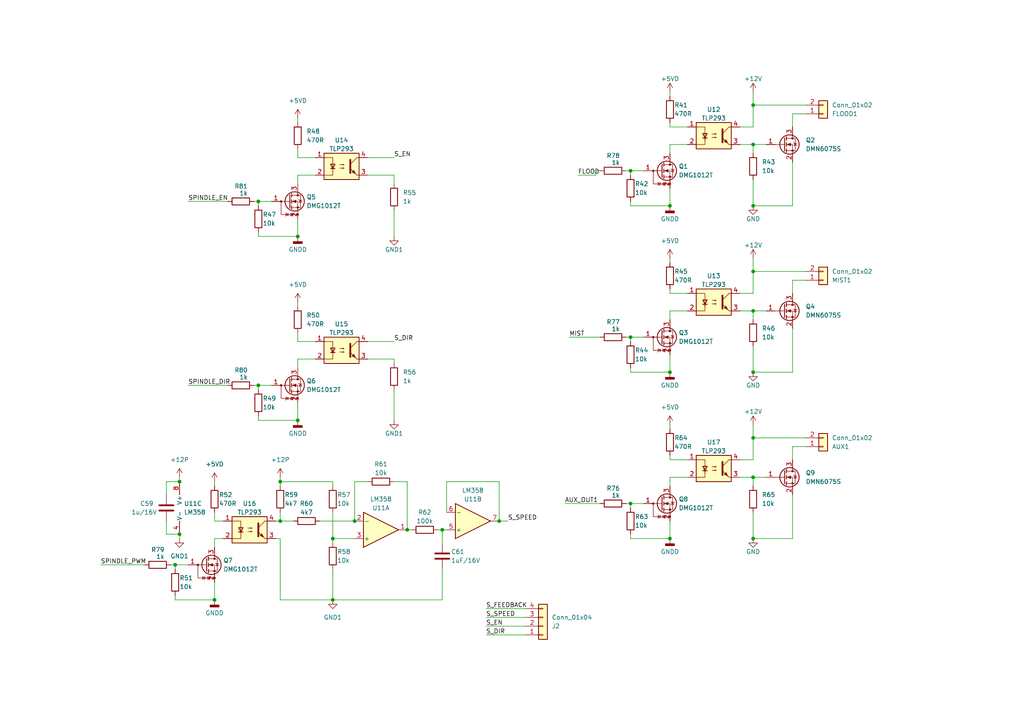
<source format=kicad_sch>
(kicad_sch (version 20230121) (generator eeschema)
  (paper "A4")
  (title_block (title "PCK Controller V1") (company "Josef Pecka"))
  (lib_symbols
    (symbol "Amplifier_Operational:LM358" (pin_names (offset 0.127))
      (property "Reference" "U" (at 0 5.08 0))
      (property "Value" "LM358" (at 0 -5.08 0))
      (symbol "LM358_1_1"
        (polyline (pts (xy -5.08 5.08) (xy 5.08 0) (xy -5.08 -5.08) (xy -5.08 5.08)) (stroke (width 0.254)) (fill (type background)))
        (pin output line (at 7.62 0 180) (length 2.54) (name "~") (number "1"))
        (pin input line (at -7.62 -2.54 0) (length 2.54) (name "-") (number "2"))
        (pin input line (at -7.62 2.54 0) (length 2.54) (name "+") (number "3"))
      )
      (symbol "LM358_2_1"
        (polyline (pts (xy -5.08 5.08) (xy 5.08 0) (xy -5.08 -5.08) (xy -5.08 5.08)) (stroke (width 0.254)) (fill (type background)))
        (pin input line (at -7.62 2.54 0) (length 2.54) (name "+") (number "5"))
        (pin input line (at -7.62 -2.54 0) (length 2.54) (name "-") (number "6"))
        (pin output line (at 7.62 0 180) (length 2.54) (name "~") (number "7"))
      )
      (symbol "LM358_3_1"
        (pin power_in line (at -2.54 -7.62 90) (length 3.81) (name "V-") (number "4"))
        (pin power_in line (at -2.54 7.62 270) (length 3.81) (name "V+") (number "8"))
      )
    )
    (symbol "Connector_Generic:Conn_01x02" (pin_names (offset 1.016) hide)
      (property "Reference" "J" (at 0 2.54 0))
      (property "Value" "Conn_01x02" (at 0 -5.08 0))
      (symbol "Conn_01x02_1_1"
        (rectangle (start -1.27 -2.413) (end 0 -2.667) (stroke (width 0.1524)))
        (rectangle (start -1.27 0.127) (end 0 -0.127) (stroke (width 0.1524)))
        (rectangle (start -1.27 1.27) (end 1.27 -3.81) (stroke (width 0.254)) (fill (type background)))
        (pin passive line (at -5.08 0 0) (length 3.81) (name "Pin_1") (number "1"))
        (pin passive line (at -5.08 -2.54 0) (length 3.81) (name "Pin_2") (number "2"))
      )
    )
    (symbol "Connector_Generic:Conn_01x04" (pin_names (offset 1.016) hide)
      (property "Reference" "J" (at 0 5.08 0))
      (property "Value" "Conn_01x04" (at 0 -7.62 0))
      (symbol "Conn_01x04_1_1"
        (rectangle (start -1.27 -4.953) (end 0 -5.207) (stroke (width 0.1524)))
        (rectangle (start -1.27 -2.413) (end 0 -2.667) (stroke (width 0.1524)))
        (rectangle (start -1.27 0.127) (end 0 -0.127) (stroke (width 0.1524)))
        (rectangle (start -1.27 2.667) (end 0 2.413) (stroke (width 0.1524)))
        (rectangle (start -1.27 3.81) (end 1.27 -6.35) (stroke (width 0.254)) (fill (type background)))
        (pin passive line (at -5.08 2.54 0) (length 3.81) (name "Pin_1") (number "1"))
        (pin passive line (at -5.08 0 0) (length 3.81) (name "Pin_2") (number "2"))
        (pin passive line (at -5.08 -2.54 0) (length 3.81) (name "Pin_3") (number "3"))
        (pin passive line (at -5.08 -5.08 0) (length 3.81) (name "Pin_4") (number "4"))
      )
    )
    (symbol "Device:C" (pin_numbers hide) (pin_names (offset 0.254))
      (property "Reference" "C" (at 0.635 2.54 0))
      (property "Value" "C" (at 0.635 -2.54 0))
      (symbol "C_0_1"
        (polyline (pts (xy -2.032 -0.762) (xy 2.032 -0.762)) (stroke (width 0.508)))
        (polyline (pts (xy -2.032 0.762) (xy 2.032 0.762)) (stroke (width 0.508)))
      )
      (symbol "C_1_1"
        (pin passive line (at 0 3.81 270) (length 2.794) (name "~") (number "1"))
        (pin passive line (at 0 -3.81 90) (length 2.794) (name "~") (number "2"))
      )
    )
    (symbol "Device:R" (pin_numbers hide) (pin_names (offset 0))
      (property "Reference" "R" (at 2.032 0 90))
      (property "Value" "R" (at 0 0 90))
      (symbol "R_0_1"
        (rectangle (start -1.016 -2.54) (end 1.016 2.54) (stroke (width 0.254)))
      )
      (symbol "R_1_1"
        (pin passive line (at 0 3.81 270) (length 1.27) (name "~") (number "1"))
        (pin passive line (at 0 -3.81 90) (length 1.27) (name "~") (number "2"))
      )
    )
    (symbol "Isolator:TLP291"
      (property "Reference" "U" (at -5.08 5.08 0))
      (property "Value" "TLP291" (at 0 5.08 0))
      (symbol "TLP291_0_1"
        (rectangle (start -5.08 3.81) (end 5.08 -3.81) (stroke (width 0.254)) (fill (type background)))
        (polyline (pts (xy -3.175 -0.635) (xy -1.905 -0.635)) (stroke (width 0.254)))
        (polyline (pts (xy 2.54 0.635) (xy 4.445 2.54)))
        (polyline (pts (xy 4.445 -2.54) (xy 2.54 -0.635)) (fill (type outline)))
        (polyline (pts (xy 4.445 -2.54) (xy 5.08 -2.54)))
        (polyline (pts (xy 4.445 2.54) (xy 5.08 2.54)))
        (polyline (pts (xy -2.54 -0.635) (xy -2.54 -2.54) (xy -5.08 -2.54)))
        (polyline (pts (xy 2.54 1.905) (xy 2.54 -1.905) (xy 2.54 -1.905)) (stroke (width 0.508)))
        (polyline (pts (xy -5.08 2.54) (xy -2.54 2.54) (xy -2.54 -1.27) (xy -2.54 0.635)))
        (polyline (pts (xy -2.54 -0.635) (xy -3.175 0.635) (xy -1.905 0.635) (xy -2.54 -0.635)) (stroke (width 0.254)))
        (polyline (pts (xy -0.508 -0.508) (xy 0.762 -0.508) (xy 0.381 -0.635) (xy 0.381 -0.381) (xy 0.762 -0.508)))
        (polyline (pts (xy -0.508 0.508) (xy 0.762 0.508) (xy 0.381 0.381) (xy 0.381 0.635) (xy 0.762 0.508)))
        (polyline (pts (xy 3.048 -1.651) (xy 3.556 -1.143) (xy 4.064 -2.159) (xy 3.048 -1.651) (xy 3.048 -1.651)) (fill (type outline)))
      )
      (symbol "TLP291_1_1"
        (pin passive line (at -7.62 2.54 0) (length 2.54) (name "~") (number "1"))
        (pin passive line (at -7.62 -2.54 0) (length 2.54) (name "~") (number "2"))
        (pin passive line (at 7.62 -2.54 180) (length 2.54) (name "~") (number "3"))
        (pin passive line (at 7.62 2.54 180) (length 2.54) (name "~") (number "4"))
      )
    )
    (symbol "Transistor_FET:DMG1012T" (pin_names (offset 0) hide)
      (property "Reference" "Q" (at 5.08 1.905 0))
      (property "Value" "DMG1012T" (at 5.08 0 0))
      (symbol "DMG1012T_0_1"
        (polyline (pts (xy 2.54 -3.81) (xy -2.286 -3.81) (xy -2.286 0)))
      )
      (symbol "DMG1012T_1_1"
        (circle (center -2.286 0) (radius 0.254) (fill (type outline)))
        (polyline (pts (xy 0.254 0) (xy -2.54 0)))
        (polyline (pts (xy 0.254 1.905) (xy 0.254 -1.905)) (stroke (width 0.254)))
        (polyline (pts (xy 0.762 -1.27) (xy 0.762 -2.286)) (stroke (width 0.254)))
        (polyline (pts (xy 0.762 0.508) (xy 0.762 -0.508)) (stroke (width 0.254)))
        (polyline (pts (xy 0.762 2.286) (xy 0.762 1.27)) (stroke (width 0.254)))
        (polyline (pts (xy 2.54 2.54) (xy 2.54 1.778)))
        (polyline (pts (xy 2.54 -2.54) (xy 2.54 0) (xy 0.762 0)))
        (polyline (pts (xy -1.016 -4.318) (xy -0.889 -4.191) (xy -0.889 -3.429) (xy -0.762 -3.302)))
        (polyline (pts (xy -0.889 -3.81) (xy -0.254 -4.191) (xy -0.254 -3.429) (xy -0.889 -3.81)))
        (polyline (pts (xy 0.762 -1.778) (xy 3.302 -1.778) (xy 3.302 1.778) (xy 0.762 1.778)))
        (polyline (pts (xy 1.016 0) (xy 2.032 0.381) (xy 2.032 -0.381) (xy 1.016 0)) (fill (type outline)))
        (polyline (pts (xy 1.143 -3.81) (xy 0.508 -3.429) (xy 0.508 -4.191) (xy 1.143 -3.81)))
        (polyline (pts (xy 1.27 -3.302) (xy 1.143 -3.429) (xy 1.143 -4.191) (xy 1.016 -4.318)))
        (polyline (pts (xy 2.794 0.508) (xy 2.921 0.381) (xy 3.683 0.381) (xy 3.81 0.254)))
        (polyline (pts (xy 3.302 0.381) (xy 2.921 -0.254) (xy 3.683 -0.254) (xy 3.302 0.381)))
        (circle (center 1.651 0) (radius 2.794) (stroke (width 0.254)))
        (circle (center 2.54 -3.81) (radius 0.254) (fill (type outline)))
        (circle (center 2.54 -1.778) (radius 0.254) (fill (type outline)))
        (circle (center 2.54 1.778) (radius 0.254) (fill (type outline)))
        (pin input line (at -5.08 0 0) (length 2.54) (name "G") (number "1"))
        (pin passive line (at 2.54 -5.08 90) (length 2.54) (name "S") (number "2"))
        (pin passive line (at 2.54 5.08 270) (length 2.54) (name "D") (number "3"))
      )
    )
    (symbol "Transistor_FET:DMN6075S" (pin_names hide)
      (property "Reference" "Q" (at 5.08 1.905 0))
      (property "Value" "DMN6075S" (at 5.08 0 0))
      (symbol "DMN6075S_0_1"
        (polyline (pts (xy 0.254 0) (xy -2.54 0)))
        (polyline (pts (xy 0.254 1.905) (xy 0.254 -1.905)) (stroke (width 0.254)))
        (polyline (pts (xy 0.762 -1.27) (xy 0.762 -2.286)) (stroke (width 0.254)))
        (polyline (pts (xy 0.762 0.508) (xy 0.762 -0.508)) (stroke (width 0.254)))
        (polyline (pts (xy 0.762 2.286) (xy 0.762 1.27)) (stroke (width 0.254)))
        (polyline (pts (xy 2.54 2.54) (xy 2.54 1.778)))
        (polyline (pts (xy 2.54 -2.54) (xy 2.54 0) (xy 0.762 0)))
        (polyline (pts (xy 0.762 -1.778) (xy 3.302 -1.778) (xy 3.302 1.778) (xy 0.762 1.778)))
        (polyline (pts (xy 1.016 0) (xy 2.032 0.381) (xy 2.032 -0.381) (xy 1.016 0)) (fill (type outline)))
        (polyline (pts (xy 2.794 0.508) (xy 2.921 0.381) (xy 3.683 0.381) (xy 3.81 0.254)))
        (polyline (pts (xy 3.302 0.381) (xy 2.921 -0.254) (xy 3.683 -0.254) (xy 3.302 0.381)))
        (circle (center 1.651 0) (radius 2.794) (stroke (width 0.254)))
        (circle (center 2.54 -1.778) (radius 0.254) (fill (type outline)))
        (circle (center 2.54 1.778) (radius 0.254) (fill (type outline)))
      )
      (symbol "DMN6075S_1_1"
        (pin input line (at -5.08 0 0) (length 2.54) (name "G") (number "1"))
        (pin passive line (at 2.54 -5.08 90) (length 2.54) (name "S") (number "2"))
        (pin passive line (at 2.54 5.08 270) (length 2.54) (name "D") (number "3"))
      )
    )
    (symbol "power:+12P" (power) (pin_names (offset 0))
      (property "Value" "+12P" (at 0 3.556 0))
      (symbol "+12P_0_1"
        (polyline (pts (xy -0.762 1.27) (xy 0 2.54)))
        (polyline (pts (xy 0 0) (xy 0 2.54)))
        (polyline (pts (xy 0 2.54) (xy 0.762 1.27)))
      )
      (symbol "+12P_1_1"
        (pin power_in line (at 0 0 90) (length 0) hide (name "+12P") (number "1"))
      )
    )
    (symbol "power:+12V" (power) (pin_names (offset 0))
      (property "Value" "+12V" (at 0 3.556 0))
      (symbol "+12V_0_1"
        (polyline (pts (xy -0.762 1.27) (xy 0 2.54)))
        (polyline (pts (xy 0 0) (xy 0 2.54)))
        (polyline (pts (xy 0 2.54) (xy 0.762 1.27)))
      )
      (symbol "+12V_1_1"
        (pin power_in line (at 0 0 90) (length 0) hide (name "+12V") (number "1"))
      )
    )
    (symbol "power:+5VD" (power) (pin_names (offset 0))
      (property "Value" "+5VD" (at 0 3.556 0))
      (symbol "+5VD_0_1"
        (polyline (pts (xy -0.762 1.27) (xy 0 2.54)))
        (polyline (pts (xy 0 0) (xy 0 2.54)))
        (polyline (pts (xy 0 2.54) (xy 0.762 1.27)))
      )
      (symbol "+5VD_1_1"
        (pin power_in line (at 0 0 90) (length 0) hide (name "+5VD") (number "1"))
      )
    )
    (symbol "power:GND" (power) (pin_names (offset 0))
      (property "Value" "GND" (at 0 -3.81 0))
      (symbol "GND_0_1"
        (polyline (pts (xy 0 0) (xy 0 -1.27) (xy 1.27 -1.27) (xy 0 -2.54) (xy -1.27 -1.27) (xy 0 -1.27)))
      )
      (symbol "GND_1_1"
        (pin power_in line (at 0 0 270) (length 0) hide (name "GND") (number "1"))
      )
    )
    (symbol "power:GND1" (power) (pin_names (offset 0))
      (property "Value" "GND1" (at 0 -3.81 0))
      (symbol "GND1_0_1"
        (polyline (pts (xy 0 0) (xy 0 -1.27) (xy 1.27 -1.27) (xy 0 -2.54) (xy -1.27 -1.27) (xy 0 -1.27)))
      )
      (symbol "GND1_1_1"
        (pin power_in line (at 0 0 270) (length 0) hide (name "GND1") (number "1"))
      )
    )
    (symbol "power:GNDD" (power) (pin_names (offset 0))
      (property "Value" "GNDD" (at 0 -3.175 0))
      (symbol "GNDD_0_1"
        (rectangle (start -1.27 -1.524) (end 1.27 -2.032) (stroke (width 0.254)) (fill (type outline)))
        (polyline (pts (xy 0 0) (xy 0 -1.524)))
      )
      (symbol "GNDD_1_1"
        (pin power_in line (at 0 0 270) (length 0) hide (name "GNDD") (number "1"))
      )
    )
  )
  (junction (at 194.31 156.21))
  (junction (at 86.36 68.58))
  (junction (at 218.44 156.21))
  (junction (at 182.88 146.05))
  (junction (at 194.31 59.69))
  (junction (at 74.93 111.76))
  (junction (at 50.8 163.83))
  (junction (at 118.11 153.67))
  (junction (at 128.27 153.67))
  (junction (at 96.52 173.99))
  (junction (at 74.93 58.42))
  (junction (at 218.44 78.74))
  (junction (at 96.52 156.21))
  (junction (at 52.07 139.7))
  (junction (at 218.44 127))
  (junction (at 81.28 151.13))
  (junction (at 218.44 138.43))
  (junction (at 218.44 90.17))
  (junction (at 182.88 97.79))
  (junction (at 144.78 151.13))
  (junction (at 81.28 139.7))
  (junction (at 86.36 121.92))
  (junction (at 52.07 154.94))
  (junction (at 62.23 173.99))
  (junction (at 218.44 30.48))
  (junction (at 194.31 107.95))
  (junction (at 102.87 151.13))
  (junction (at 218.44 107.95))
  (junction (at 218.44 59.69))
  (junction (at 182.88 49.53))
  (junction (at 218.44 41.91))
  (wire (pts (xy 218.44 138.43) (xy 218.44 140.97)))
  (wire (pts (xy 182.88 59.69) (xy 194.31 59.69)))
  (wire (pts (xy 129.54 139.7) (xy 144.78 139.7)))
  (wire (pts (xy 172.72 49.53) (xy 172.72 50.8)))
  (wire (pts (xy 128.27 173.99) (xy 96.52 173.99)))
  (wire (pts (xy 218.44 30.48) (xy 218.44 36.83)))
  (wire (pts (xy 194.31 123.19) (xy 194.31 124.46)))
  (wire (pts (xy 218.44 148.59) (xy 218.44 156.21)))
  (wire (pts (xy 194.31 92.71) (xy 194.31 90.17)))
  (wire (pts (xy 62.23 158.75) (xy 62.23 156.21)))
  (wire (pts (xy 214.63 36.83) (xy 218.44 36.83)))
  (wire (pts (xy 194.31 90.17) (xy 199.39 90.17)))
  (wire (pts (xy 114.3 60.96) (xy 114.3 68.58)))
  (wire (pts (xy 81.28 151.13) (xy 81.28 148.59)))
  (wire (pts (xy 144.78 139.7) (xy 144.78 151.13)))
  (wire (pts (xy 181.61 49.53) (xy 182.88 49.53)))
  (wire (pts (xy 182.88 107.95) (xy 194.31 107.95)))
  (wire (pts (xy 229.87 36.83) (xy 229.87 33.02)))
  (wire (pts (xy 86.36 63.5) (xy 86.36 68.58)))
  (wire (pts (xy 194.31 36.83) (xy 199.39 36.83)))
  (wire (pts (xy 48.26 143.51) (xy 48.26 139.7)))
  (wire (pts (xy 96.52 148.59) (xy 96.52 156.21)))
  (wire (pts (xy 214.63 133.35) (xy 218.44 133.35)))
  (wire (pts (xy 80.01 156.21) (xy 81.28 156.21)))
  (wire (pts (xy 81.28 151.13) (xy 85.09 151.13)))
  (wire (pts (xy 74.93 120.65) (xy 74.93 121.92)))
  (wire (pts (xy 74.93 113.03) (xy 74.93 111.76)))
  (wire (pts (xy 218.44 123.19) (xy 218.44 127)))
  (wire (pts (xy 74.93 121.92) (xy 86.36 121.92)))
  (wire (pts (xy 81.28 156.21) (xy 81.28 173.99)))
  (wire (pts (xy 218.44 156.21) (xy 229.87 156.21)))
  (wire (pts (xy 54.61 58.42) (xy 66.04 58.42)))
  (wire (pts (xy 106.68 99.06) (xy 114.3 99.06)))
  (wire (pts (xy 182.88 99.06) (xy 182.88 97.79)))
  (wire (pts (xy 50.8 165.1) (xy 50.8 163.83)))
  (wire (pts (xy 54.61 111.76) (xy 66.04 111.76)))
  (wire (pts (xy 182.88 97.79) (xy 186.69 97.79)))
  (wire (pts (xy 218.44 78.74) (xy 218.44 85.09)))
  (wire (pts (xy 140.97 181.61) (xy 152.4 181.61)))
  (wire (pts (xy 50.8 163.83) (xy 54.61 163.83)))
  (wire (pts (xy 218.44 41.91) (xy 222.25 41.91)))
  (wire (pts (xy 86.36 34.29) (xy 86.36 35.56)))
  (wire (pts (xy 218.44 30.48) (xy 233.68 30.48)))
  (wire (pts (xy 218.44 90.17) (xy 222.25 90.17)))
  (wire (pts (xy 194.31 85.09) (xy 199.39 85.09)))
  (wire (pts (xy 194.31 54.61) (xy 194.31 59.69)))
  (wire (pts (xy 102.87 139.7) (xy 106.68 139.7)))
  (wire (pts (xy 96.52 165.1) (xy 96.52 173.99)))
  (wire (pts (xy 96.52 156.21) (xy 102.87 156.21)))
  (wire (pts (xy 182.88 154.94) (xy 182.88 156.21)))
  (wire (pts (xy 73.66 58.42) (xy 74.93 58.42)))
  (wire (pts (xy 194.31 140.97) (xy 194.31 138.43)))
  (wire (pts (xy 74.93 58.42) (xy 78.74 58.42)))
  (wire (pts (xy 229.87 129.54) (xy 233.68 129.54)))
  (wire (pts (xy 229.87 85.09) (xy 229.87 81.28)))
  (wire (pts (xy 163.83 146.05) (xy 173.99 146.05)))
  (wire (pts (xy 86.36 104.14) (xy 91.44 104.14)))
  (wire (pts (xy 74.93 68.58) (xy 86.36 68.58)))
  (wire (pts (xy 86.36 53.34) (xy 86.36 50.8)))
  (wire (pts (xy 172.72 50.8) (xy 167.64 50.8)))
  (wire (pts (xy 194.31 138.43) (xy 199.39 138.43)))
  (wire (pts (xy 62.23 156.21) (xy 64.77 156.21)))
  (wire (pts (xy 86.36 99.06) (xy 91.44 99.06)))
  (wire (pts (xy 48.26 154.94) (xy 52.07 154.94)))
  (wire (pts (xy 229.87 46.99) (xy 229.87 59.69)))
  (wire (pts (xy 218.44 74.93) (xy 218.44 78.74)))
  (wire (pts (xy 50.8 173.99) (xy 62.23 173.99)))
  (wire (pts (xy 181.61 146.05) (xy 182.88 146.05)))
  (wire (pts (xy 194.31 83.82) (xy 194.31 85.09)))
  (wire (pts (xy 194.31 133.35) (xy 199.39 133.35)))
  (wire (pts (xy 81.28 139.7) (xy 81.28 138.43)))
  (wire (pts (xy 129.54 148.59) (xy 129.54 139.7)))
  (wire (pts (xy 218.44 26.67) (xy 218.44 30.48)))
  (wire (pts (xy 29.21 163.83) (xy 41.91 163.83)))
  (wire (pts (xy 50.8 172.72) (xy 50.8 173.99)))
  (wire (pts (xy 86.36 116.84) (xy 86.36 121.92)))
  (wire (pts (xy 81.28 139.7) (xy 96.52 139.7)))
  (wire (pts (xy 194.31 151.13) (xy 194.31 156.21)))
  (wire (pts (xy 182.88 146.05) (xy 186.69 146.05)))
  (wire (pts (xy 182.88 58.42) (xy 182.88 59.69)))
  (wire (pts (xy 214.63 90.17) (xy 218.44 90.17)))
  (wire (pts (xy 194.31 26.67) (xy 194.31 27.94)))
  (wire (pts (xy 114.3 50.8) (xy 114.3 53.34)))
  (wire (pts (xy 74.93 67.31) (xy 74.93 68.58)))
  (wire (pts (xy 96.52 156.21) (xy 96.52 157.48)))
  (wire (pts (xy 48.26 151.13) (xy 48.26 154.94)))
  (wire (pts (xy 102.87 151.13) (xy 102.87 139.7)))
  (wire (pts (xy 218.44 41.91) (xy 218.44 44.45)))
  (wire (pts (xy 106.68 50.8) (xy 114.3 50.8)))
  (wire (pts (xy 194.31 44.45) (xy 194.31 41.91)))
  (wire (pts (xy 128.27 165.1) (xy 128.27 173.99)))
  (wire (pts (xy 114.3 104.14) (xy 114.3 105.41)))
  (wire (pts (xy 52.07 156.21) (xy 52.07 154.94)))
  (wire (pts (xy 62.23 148.59) (xy 62.23 151.13)))
  (wire (pts (xy 218.44 100.33) (xy 218.44 107.95)))
  (wire (pts (xy 214.63 138.43) (xy 218.44 138.43)))
  (wire (pts (xy 48.26 139.7) (xy 52.07 139.7)))
  (wire (pts (xy 194.31 35.56) (xy 194.31 36.83)))
  (wire (pts (xy 229.87 133.35) (xy 229.87 129.54)))
  (wire (pts (xy 194.31 41.91) (xy 199.39 41.91)))
  (wire (pts (xy 229.87 81.28) (xy 233.68 81.28)))
  (wire (pts (xy 181.61 97.79) (xy 182.88 97.79)))
  (wire (pts (xy 182.88 156.21) (xy 194.31 156.21)))
  (wire (pts (xy 86.36 43.18) (xy 86.36 45.72)))
  (wire (pts (xy 172.72 49.53) (xy 173.99 49.53)))
  (wire (pts (xy 182.88 147.32) (xy 182.88 146.05)))
  (wire (pts (xy 96.52 139.7) (xy 96.52 140.97)))
  (wire (pts (xy 80.01 151.13) (xy 81.28 151.13)))
  (wire (pts (xy 92.71 151.13) (xy 102.87 151.13)))
  (wire (pts (xy 182.88 49.53) (xy 186.69 49.53)))
  (wire (pts (xy 106.68 104.14) (xy 114.3 104.14)))
  (wire (pts (xy 218.44 52.07) (xy 218.44 59.69)))
  (wire (pts (xy 114.3 113.03) (xy 114.3 121.92)))
  (wire (pts (xy 106.68 45.72) (xy 114.3 45.72)))
  (wire (pts (xy 229.87 143.51) (xy 229.87 156.21)))
  (wire (pts (xy 49.53 163.83) (xy 50.8 163.83)))
  (wire (pts (xy 86.36 87.63) (xy 86.36 88.9)))
  (wire (pts (xy 140.97 176.53) (xy 152.4 176.53)))
  (wire (pts (xy 165.1 97.79) (xy 173.99 97.79)))
  (wire (pts (xy 218.44 59.69) (xy 229.87 59.69)))
  (wire (pts (xy 140.97 179.07) (xy 152.4 179.07)))
  (wire (pts (xy 140.97 184.15) (xy 152.4 184.15)))
  (wire (pts (xy 144.78 151.13) (xy 147.32 151.13)))
  (wire (pts (xy 86.36 50.8) (xy 91.44 50.8)))
  (wire (pts (xy 214.63 85.09) (xy 218.44 85.09)))
  (wire (pts (xy 74.93 59.69) (xy 74.93 58.42)))
  (wire (pts (xy 62.23 151.13) (xy 64.77 151.13)))
  (wire (pts (xy 218.44 127) (xy 218.44 133.35)))
  (wire (pts (xy 86.36 106.68) (xy 86.36 104.14)))
  (wire (pts (xy 128.27 153.67) (xy 128.27 157.48)))
  (wire (pts (xy 182.88 106.68) (xy 182.88 107.95)))
  (wire (pts (xy 86.36 96.52) (xy 86.36 99.06)))
  (wire (pts (xy 81.28 139.7) (xy 81.28 140.97)))
  (wire (pts (xy 118.11 139.7) (xy 118.11 153.67)))
  (wire (pts (xy 81.28 173.99) (xy 96.52 173.99)))
  (wire (pts (xy 218.44 138.43) (xy 222.25 138.43)))
  (wire (pts (xy 52.07 138.43) (xy 52.07 139.7)))
  (wire (pts (xy 218.44 107.95) (xy 229.87 107.95)))
  (wire (pts (xy 73.66 111.76) (xy 74.93 111.76)))
  (wire (pts (xy 229.87 95.25) (xy 229.87 107.95)))
  (wire (pts (xy 62.23 168.91) (xy 62.23 173.99)))
  (wire (pts (xy 114.3 139.7) (xy 118.11 139.7)))
  (wire (pts (xy 127 153.67) (xy 128.27 153.67)))
  (wire (pts (xy 229.87 33.02) (xy 233.68 33.02)))
  (wire (pts (xy 214.63 41.91) (xy 218.44 41.91)))
  (wire (pts (xy 118.11 153.67) (xy 119.38 153.67)))
  (wire (pts (xy 218.44 127) (xy 233.68 127)))
  (wire (pts (xy 74.93 111.76) (xy 78.74 111.76)))
  (wire (pts (xy 128.27 153.67) (xy 129.54 153.67)))
  (wire (pts (xy 182.88 50.8) (xy 182.88 49.53)))
  (wire (pts (xy 194.31 132.08) (xy 194.31 133.35)))
  (wire (pts (xy 218.44 78.74) (xy 233.68 78.74)))
  (wire (pts (xy 194.31 74.93) (xy 194.31 76.2)))
  (wire (pts (xy 218.44 90.17) (xy 218.44 92.71)))
  (wire (pts (xy 86.36 45.72) (xy 91.44 45.72)))
  (wire (pts (xy 194.31 102.87) (xy 194.31 107.95)))
  (wire (pts (xy 62.23 139.7) (xy 62.23 140.97)))
  (label "SPINDLE_EN" (at 54.61 58.42 0))
  (label "S_DIR" (at 114.3 99.06 0))
  (label "S_DIR" (at 140.97 184.15 0))
  (label "S_EN" (at 140.97 181.61 0))
  (label "S_SPEED" (at 140.97 179.07 0))
  (label "SPINDLE_DIR" (at 54.61 111.76 0))
  (label "FLOOD" (at 167.64 50.8 0))
  (label "AUX_OUT1" (at 163.83 146.05 0))
  (label "S_SPEED" (at 147.32 151.13 0))
  (label "SPINDLE_PWM" (at 29.21 163.83 0))
  (label "S_EN" (at 114.3 45.72 0))
  (label "MIST" (at 165.1 97.79 0))
  (label "S_FEEDBACK" (at 140.97 176.53 0))
  (symbol (lib_id "power:GNDD") (at 194.31 107.95 0) (unit 1)
    (property "Reference" "#PWR0112" (effects hide))
    (property "Value" "GNDD" (at 194.31 111.76 0))
    (instances (project "CNC_board" (path "" (reference "#PWR0112") (unit 1))) (project "Schematic_export" (path "" (reference "#PWR086") (unit 1)) (path "" (reference "#PWR0133") (unit 1))))
  )
  (symbol (lib_id "Isolator:TLP291") (at 99.06 48.26 0) (unit 1)
    (property "Reference" "U14" (at 99.06 40.64 0))
    (property "Value" "TLP293" (at 99.06 43.18 0))
    (property "Footprint" "Package_SO:SOIC-4_4.55x2.6mm_P1.27mm" (effects hide))
    (property "Datasheet" "https://toshiba.semicon-storage.com/info/docget.jsp?did=12884&prodName=TLP291" (effects hide))
    (instances (project "CNC_board" (path "" (reference "U14") (unit 1))) (project "Schematic_export" (path "" (reference "U4") (unit 1))))
  )
  (symbol (lib_id "power:GNDD") (at 86.36 121.92 0) (unit 1)
    (property "Reference" "#PWR0118" (effects hide))
    (property "Value" "GNDD" (at 86.36 125.73 0))
    (instances (project "CNC_board" (path "" (reference "#PWR0118") (unit 1))) (project "Schematic_export" (path "" (reference "#PWR092") (unit 1))))
  )
  (symbol (lib_id "power:+5VD") (at 194.31 74.93 0) (unit 1)
    (property "Reference" "#PWR0111" (effects hide))
    (property "Value" "+5VD" (at 194.31 69.85 0))
    (instances (project "CNC_board" (path "" (reference "#PWR0111") (unit 1))) (project "Schematic_export" (path "" (reference "#PWR085") (unit 1)) (path "" (reference "#PWR0132") (unit 1))))
  )
  (symbol (lib_id "power:GND1") (at 96.52 173.99 0) (unit 1)
    (property "Reference" "#PWR0124" (effects hide))
    (property "Value" "GND1" (at 96.52 179.07 0))
    (instances (project "CNC_board" (path "" (reference "#PWR0124") (unit 1))) (project "Schematic_export" (path "" (reference "#PWR088") (unit 1))))
  )
  (symbol (lib_id "Device:R") (at 110.49 139.7 90) (unit 1)
    (property "Reference" "R61" (at 110.49 134.62 90))
    (property "Value" "10k" (at 110.49 137.16 90))
    (property "Footprint" "Resistor_SMD:R_0603_1608Metric" (effects hide))
    (instances (project "CNC_board" (path "" (reference "R61") (unit 1))) (project "Schematic_export" (path "" (reference "R35") (unit 1))))
  )
  (symbol (lib_id "Device:R") (at 96.52 144.78 0) (unit 1)
    (property "Reference" "R57" (at 97.79 143.51 0) (effects (justify left)))
    (property "Value" "10k" (at 97.79 146.05 0) (effects (justify left)))
    (property "Footprint" "Resistor_SMD:R_0603_1608Metric" (effects hide))
    (instances (project "CNC_board" (path "" (reference "R57") (unit 1))) (project "Schematic_export" (path "" (reference "R33") (unit 1))))
  )
  (symbol (lib_id "power:+12V") (at 218.44 123.19 0) (unit 1)
    (property "Reference" "#PWR0140" (effects hide))
    (property "Value" "+12V" (at 218.44 119.38 0))
    (instances (project "CNC_board" (path "" (reference "#PWR0140") (unit 1))) (project "Schematic_export" (path "" (reference "#PWR093") (unit 1)) (path "" (reference "#PWR0140") (unit 1))))
  )
  (symbol (lib_id "power:+5VD") (at 194.31 123.19 0) (unit 1)
    (property "Reference" "#PWR0138" (effects hide))
    (property "Value" "+5VD" (at 194.31 118.11 0))
    (instances (project "CNC_board" (path "" (reference "#PWR0138") (unit 1))) (project "Schematic_export" (path "" (reference "#PWR087") (unit 1)) (path "" (reference "#PWR0134") (unit 1))))
  )
  (symbol (lib_id "power:+5VD") (at 86.36 87.63 0) (unit 1)
    (property "Reference" "#PWR0117" (effects hide))
    (property "Value" "+5VD" (at 86.36 82.55 0))
    (instances (project "CNC_board" (path "" (reference "#PWR0117") (unit 1))) (project "Schematic_export" (path "" (reference "#PWR091") (unit 1))))
  )
  (symbol (lib_id "power:GNDD") (at 194.31 156.21 0) (unit 1)
    (property "Reference" "#PWR0139" (effects hide))
    (property "Value" "GNDD" (at 194.31 160.02 0))
    (instances (project "CNC_board" (path "" (reference "#PWR0139") (unit 1))) (project "Schematic_export" (path "" (reference "#PWR088") (unit 1)) (path "" (reference "#PWR0135") (unit 1))))
  )
  (symbol (lib_id "Isolator:TLP291") (at 207.01 87.63 0) (unit 1)
    (property "Reference" "U13" (at 207.01 80.01 0))
    (property "Value" "TLP293" (at 207.01 82.55 0))
    (property "Footprint" "Package_SO:SOIC-4_4.55x2.6mm_P1.27mm" (effects hide))
    (property "Datasheet" "https://toshiba.semicon-storage.com/info/docget.jsp?did=12884&prodName=TLP291" (effects hide))
    (instances (project "CNC_board" (path "" (reference "U13") (unit 1))) (project "Schematic_export" (path "" (reference "U3") (unit 1)) (path "" (reference "U15") (unit 1))))
  )
  (symbol (lib_id "Device:R") (at 182.88 102.87 0) (unit 1)
    (property "Reference" "R44" (at 184.15 101.6 0) (effects (justify left)))
    (property "Value" "10k" (at 184.15 104.14 0) (effects (justify left)))
    (property "Footprint" "Resistor_SMD:R_0402_1005Metric" (effects hide))
    (instances (project "CNC_board" (path "" (reference "R44") (unit 1))) (project "Schematic_export" (path "" (reference "R32") (unit 1)) (path "" (reference "R62") (unit 1))))
  )
  (symbol (lib_id "power:GNDD") (at 62.23 173.99 0) (unit 1)
    (property "Reference" "#PWR0120" (effects hide))
    (property "Value" "GNDD" (at 62.23 177.8 0))
    (instances (project "CNC_board" (path "" (reference "#PWR0120") (unit 1))) (project "Schematic_export" (path "" (reference "#PWR086") (unit 1))))
  )
  (symbol (lib_id "Device:R") (at 177.8 97.79 90) (unit 1)
    (property "Reference" "R77" (at 179.8234 93.3964 90) (effects (justify left)))
    (property "Value" "1k" (at 179.8234 95.4303 90) (effects (justify left)))
    (property "Footprint" "Resistor_SMD:R_0402_1005Metric" (effects hide))
    (instances (project "CNC_board" (path "" (reference "R77") (unit 1))) (project "Schematic_export" (path "" (reference "R29") (unit 1)) (path "" (reference "R59") (unit 1))))
  )
  (symbol (lib_id "Transistor_FET:DMN6075S") (at 227.33 138.43 0) (unit 1)
    (property "Reference" "Q9" (at 233.68 137.16 0) (effects (justify left)))
    (property "Value" "DMN6075S" (at 233.68 139.7 0) (effects (justify left)))
    (property "Footprint" "Package_TO_SOT_SMD:SOT-23" (effects hide))
    (property "Datasheet" "http://www.diodes.com/assets/Datasheets/DMN6075S.pdf" (effects hide))
    (instances (project "CNC_board" (path "" (reference "Q9") (unit 1))) (project "Schematic_export" (path "" (reference "Q6") (unit 1)) (path "" (reference "Q12") (unit 1))))
  )
  (symbol (lib_id "power:+12V") (at 218.44 26.67 0) (unit 1)
    (property "Reference" "#PWR0110" (effects hide))
    (property "Value" "+12V" (at 218.44 22.86 0))
    (instances (project "CNC_board" (path "" (reference "#PWR0110") (unit 1))) (project "Schematic_export" (path "" (reference "#PWR089") (unit 1)) (path "" (reference "#PWR0136") (unit 1))))
  )
  (symbol (lib_id "Transistor_FET:DMG1012T") (at 191.77 97.79 0) (unit 1)
    (property "Reference" "Q3" (at 196.85 96.52 0) (effects (justify left)))
    (property "Value" "DMG1012T" (at 196.85 99.06 0) (effects (justify left)))
    (property "Footprint" "Package_TO_SOT_SMD:SOT-523" (effects hide))
    (property "Datasheet" "https://www.diodes.com/assets/Datasheets/ds31783.pdf" (effects hide))
    (instances (project "CNC_board" (path "" (reference "Q3") (unit 1))) (project "Schematic_export" (path "" (reference "Q2") (unit 1)) (path "" (reference "Q8") (unit 1))))
  )
  (symbol (lib_id "Device:R") (at 45.72 163.83 90) (unit 1)
    (property "Reference" "R79" (at 47.7434 159.4364 90) (effects (justify left)))
    (property "Value" "1k" (at 47.7434 161.4703 90) (effects (justify left)))
    (property "Footprint" "Resistor_SMD:R_0402_1005Metric" (effects hide))
    (instances (project "CNC_board" (path "" (reference "R79") (unit 1))) (project "Schematic_export" (path "" (reference "R28") (unit 1))))
  )
  (symbol (lib_id "Device:R") (at 218.44 48.26 0) (unit 1)
    (property "Reference" "R43" (at 220.98 46.99 0) (effects (justify left)))
    (property "Value" "10k" (at 220.98 49.53 0) (effects (justify left)))
    (property "Footprint" "Resistor_SMD:R_0603_1608Metric" (effects hide))
    (instances (project "CNC_board" (path "" (reference "R43") (unit 1))) (project "Schematic_export" (path "" (reference "R37") (unit 1)) (path "" (reference "R67") (unit 1))))
  )
  (symbol (lib_id "power:GND1") (at 52.07 156.21 0) (unit 1)
    (property "Reference" "#PWR0104" (effects hide))
    (property "Value" "GND1" (at 52.07 161.29 0))
    (instances (project "CNC_board" (path "" (reference "#PWR0104") (unit 1))) (project "Schematic_export" (path "" (reference "#PWR084") (unit 1))))
  )
  (symbol (lib_id "power:GND") (at 218.44 156.21 0) (unit 1)
    (property "Reference" "#PWR0141" (effects hide))
    (property "Value" "GND" (at 218.44 160.02 0))
    (instances (project "CNC_board" (path "" (reference "#PWR0141") (unit 1))) (project "Schematic_export" (path "" (reference "#PWR094") (unit 1)) (path "" (reference "#PWR0141") (unit 1))) (project "CNC_controll_board" (path "" (reference "#PWR06") (unit 1))))
  )
  (symbol (lib_id "power:+12P") (at 52.07 138.43 0) (unit 1)
    (property "Reference" "#PWR0106" (effects hide))
    (property "Value" "+12P" (at 52.07 133.35 0))
    (instances (project "CNC_board" (path "" (reference "#PWR0106") (unit 1))) (project "Schematic_export" (path "" (reference "#PWR083") (unit 1))))
  )
  (symbol (lib_id "power:GND") (at 218.44 107.95 0) (unit 1)
    (property "Reference" "#PWR0114" (effects hide))
    (property "Value" "GND" (at 218.44 111.76 0))
    (instances (project "CNC_board" (path "" (reference "#PWR0114") (unit 1))) (project "Schematic_export" (path "" (reference "#PWR092") (unit 1)) (path "" (reference "#PWR0139") (unit 1))) (project "CNC_controll_board" (path "" (reference "#PWR06") (unit 1))))
  )
  (symbol (lib_id "Isolator:TLP291") (at 99.06 101.6 0) (unit 1)
    (property "Reference" "U15" (at 99.06 93.98 0))
    (property "Value" "TLP293" (at 99.06 96.52 0))
    (property "Footprint" "Package_SO:SOIC-4_4.55x2.6mm_P1.27mm" (effects hide))
    (property "Datasheet" "https://toshiba.semicon-storage.com/info/docget.jsp?did=12884&prodName=TLP291" (effects hide))
    (instances (project "CNC_board" (path "" (reference "U15") (unit 1))) (project "Schematic_export" (path "" (reference "U17") (unit 1))))
  )
  (symbol (lib_id "Isolator:TLP291") (at 207.01 39.37 0) (unit 1)
    (property "Reference" "U12" (at 207.01 31.75 0))
    (property "Value" "TLP293" (at 207.01 34.29 0))
    (property "Footprint" "Package_SO:SOIC-4_4.55x2.6mm_P1.27mm" (effects hide))
    (property "Datasheet" "https://toshiba.semicon-storage.com/info/docget.jsp?did=12884&prodName=TLP291" (effects hide))
    (instances (project "CNC_board" (path "" (reference "U12") (unit 1))) (project "Schematic_export" (path "" (reference "U2") (unit 1)) (path "" (reference "U14") (unit 1))))
  )
  (symbol (lib_id "Isolator:TLP291") (at 72.39 153.67 0) (unit 1)
    (property "Reference" "U16" (at 72.39 146.05 0))
    (property "Value" "TLP293" (at 72.39 148.59 0))
    (property "Footprint" "Package_SO:SOIC-4_4.55x2.6mm_P1.27mm" (effects hide))
    (property "Datasheet" "https://toshiba.semicon-storage.com/info/docget.jsp?did=12884&prodName=TLP291" (effects hide))
    (instances (project "CNC_board" (path "" (reference "U16") (unit 1))) (project "Schematic_export" (path "" (reference "U3") (unit 1))))
  )
  (symbol (lib_id "power:GND1") (at 114.3 121.92 0) (unit 1)
    (property "Reference" "#PWR0125" (effects hide))
    (property "Value" "GND1" (at 114.3 125.73 0))
    (instances (project "CNC_board" (path "" (reference "#PWR0125") (unit 1))) (project "Schematic_export" (path "" (reference "#PWR0143") (unit 1))))
  )
  (symbol (lib_id "Device:R") (at 114.3 109.22 0) (unit 1)
    (property "Reference" "R56" (at 116.84 107.95 0) (effects (justify left)))
    (property "Value" "1k" (at 116.84 110.49 0) (effects (justify left)))
    (property "Footprint" "Resistor_SMD:R_0603_1608Metric" (effects hide))
    (instances (project "CNC_board" (path "" (reference "R56") (unit 1))) (project "Schematic_export" (path "" (reference "R74") (unit 1))))
  )
  (symbol (lib_id "Transistor_FET:DMG1012T") (at 59.69 163.83 0) (unit 1)
    (property "Reference" "Q7" (at 64.77 162.56 0) (effects (justify left)))
    (property "Value" "DMG1012T" (at 64.77 165.1 0) (effects (justify left)))
    (property "Footprint" "Package_TO_SOT_SMD:SOT-523" (effects hide))
    (property "Datasheet" "https://www.diodes.com/assets/Datasheets/ds31783.pdf" (effects hide))
    (instances (project "CNC_board" (path "" (reference "Q7") (unit 1))) (project "Schematic_export" (path "" (reference "Q1") (unit 1))))
  )
  (symbol (lib_id "Device:R") (at 218.44 96.52 0) (unit 1)
    (property "Reference" "R46" (at 220.98 95.25 0) (effects (justify left)))
    (property "Value" "10k" (at 220.98 97.79 0) (effects (justify left)))
    (property "Footprint" "Resistor_SMD:R_0603_1608Metric" (effects hide))
    (instances (project "CNC_board" (path "" (reference "R46") (unit 1))) (project "Schematic_export" (path "" (reference "R38") (unit 1)) (path "" (reference "R68") (unit 1))))
  )
  (symbol (lib_id "Isolator:TLP291") (at 207.01 135.89 0) (unit 1)
    (property "Reference" "U17" (at 207.01 128.27 0))
    (property "Value" "TLP293" (at 207.01 130.81 0))
    (property "Footprint" "Package_SO:SOIC-4_4.55x2.6mm_P1.27mm" (effects hide))
    (property "Datasheet" "https://toshiba.semicon-storage.com/info/docget.jsp?did=12884&prodName=TLP291" (effects hide))
    (instances (project "CNC_board" (path "" (reference "U17") (unit 1))) (project "Schematic_export" (path "" (reference "U4") (unit 1)) (path "" (reference "U16") (unit 1))))
  )
  (symbol (lib_id "Device:R") (at 62.23 144.78 0) (unit 1)
    (property "Reference" "R52" (at 63.5 143.51 0) (effects (justify left)))
    (property "Value" "470R" (at 63.5 146.05 0) (effects (justify left)))
    (property "Footprint" "Resistor_SMD:R_0402_1005Metric" (effects hide))
    (instances (project "CNC_board" (path "" (reference "R52") (unit 1))) (project "Schematic_export" (path "" (reference "R30") (unit 1))))
  )
  (symbol (lib_id "power:GND1") (at 114.3 68.58 0) (unit 1)
    (property "Reference" "#PWR0126" (effects hide))
    (property "Value" "GND1" (at 114.3 72.39 0))
    (instances (project "CNC_board" (path "" (reference "#PWR0126") (unit 1))) (project "Schematic_export" (path "" (reference "#PWR094") (unit 1))))
  )
  (symbol (lib_id "Transistor_FET:DMG1012T") (at 83.82 111.76 0) (unit 1)
    (property "Reference" "Q6" (at 88.9 110.49 0) (effects (justify left)))
    (property "Value" "DMG1012T" (at 88.9 113.03 0) (effects (justify left)))
    (property "Footprint" "Package_TO_SOT_SMD:SOT-523" (effects hide))
    (property "Datasheet" "https://www.diodes.com/assets/Datasheets/ds31783.pdf" (effects hide))
    (instances (project "CNC_board" (path "" (reference "Q6") (unit 1))) (project "Schematic_export" (path "" (reference "Q3") (unit 1))))
  )
  (symbol (lib_id "power:+5VD") (at 86.36 34.29 0) (unit 1)
    (property "Reference" "#PWR0115" (effects hide))
    (property "Value" "+5VD" (at 86.36 29.21 0))
    (instances (project "CNC_board" (path "" (reference "#PWR0115") (unit 1))) (project "Schematic_export" (path "" (reference "#PWR089") (unit 1))))
  )
  (symbol (lib_id "Device:R") (at 86.36 39.37 0) (unit 1)
    (property "Reference" "R48" (at 88.9 38.1 0) (effects (justify left)))
    (property "Value" "470R" (at 88.9 40.64 0) (effects (justify left)))
    (property "Footprint" "Resistor_SMD:R_0402_1005Metric" (effects hide))
    (instances (project "CNC_board" (path "" (reference "R48") (unit 1))) (project "Schematic_export" (path "" (reference "R71") (unit 1))))
  )
  (symbol (lib_id "Device:R") (at 74.93 116.84 0) (unit 1)
    (property "Reference" "R49" (at 76.2 115.57 0) (effects (justify left)))
    (property "Value" "10k" (at 76.2 118.11 0) (effects (justify left)))
    (property "Footprint" "Resistor_SMD:R_0402_1005Metric" (effects hide))
    (instances (project "CNC_board" (path "" (reference "R49") (unit 1))) (project "Schematic_export" (path "" (reference "R70") (unit 1))))
  )
  (symbol (lib_id "power:+12P") (at 81.28 138.43 0) (unit 1)
    (property "Reference" "#PWR0123" (effects hide))
    (property "Value" "+12P" (at 81.28 133.35 0))
    (instances (project "CNC_board" (path "" (reference "#PWR0123") (unit 1))) (project "Schematic_export" (path "" (reference "#PWR087") (unit 1))))
  )
  (symbol (lib_id "Transistor_FET:DMG1012T") (at 191.77 49.53 0) (unit 1)
    (property "Reference" "Q1" (at 196.85 48.26 0) (effects (justify left)))
    (property "Value" "DMG1012T" (at 196.85 50.8 0) (effects (justify left)))
    (property "Footprint" "Package_TO_SOT_SMD:SOT-523" (effects hide))
    (property "Datasheet" "https://www.diodes.com/assets/Datasheets/ds31783.pdf" (effects hide))
    (instances (project "CNC_board" (path "" (reference "Q1") (unit 1))) (project "Schematic_export" (path "" (reference "Q1") (unit 1)) (path "" (reference "Q7") (unit 1))))
  )
  (symbol (lib_id "Device:R") (at 69.85 58.42 90) (unit 1)
    (property "Reference" "R81" (at 71.8734 54.0264 90) (effects (justify left)))
    (property "Value" "1k" (at 71.8734 56.0603 90) (effects (justify left)))
    (property "Footprint" "Resistor_SMD:R_0402_1005Metric" (effects hide))
    (instances (project "CNC_board" (path "" (reference "R81") (unit 1))) (project "Schematic_export" (path "" (reference "R37") (unit 1))))
  )
  (symbol (lib_id "Device:R") (at 194.31 80.01 0) (unit 1)
    (property "Reference" "R45" (at 195.58 78.74 0) (effects (justify left)))
    (property "Value" "470R" (at 195.58 81.28 0) (effects (justify left)))
    (property "Footprint" "Resistor_SMD:R_0402_1005Metric" (effects hide))
    (instances (project "CNC_board" (path "" (reference "R45") (unit 1))) (project "Schematic_export" (path "" (reference "R35") (unit 1)) (path "" (reference "R65") (unit 1))))
  )
  (symbol (lib_id "power:+5VD") (at 62.23 139.7 0) (unit 1)
    (property "Reference" "#PWR0119" (effects hide))
    (property "Value" "+5VD" (at 62.23 134.62 0))
    (instances (project "CNC_board" (path "" (reference "#PWR0119") (unit 1))) (project "Schematic_export" (path "" (reference "#PWR085") (unit 1))))
  )
  (symbol (lib_id "Connector_Generic:Conn_01x04") (at 157.48 181.61 0) (mirror x) (unit 1)
    (property "Reference" "J2" (at 160.02 181.61 0) (effects (justify left)))
    (property "Value" "Conn_01x04" (at 160.02 179.07 0) (effects (justify left)))
    (property "Footprint" "Connector_JST:JST_XH_B4B-XH-A_1x04_P2.50mm_Vertical" (effects hide))
    (property "Datasheet" "  (symbol \"Connector_Generic:Conn_01x04\" (pin_names (offset 1.016) hide) (in_bom yes) (on_board yes)" (effects hide))
    (instances (project "CNC_board" (path "" (reference "J2") (unit 1))) (project "Schematic_export" (path "" (reference "J43") (unit 1))))
  )
  (symbol (lib_id "Amplifier_Operational:LM358") (at 137.16 151.13 0) (mirror x) (unit 2)
    (property "Reference" "U11" (at 137.16 144.78 0))
    (property "Value" "LM358" (at 137.16 142.24 0))
    (property "Footprint" "Package_SO:SOIC-8_3.9x4.9mm_P1.27mm" (effects hide))
    (property "Datasheet" "http://www.ti.com/lit/ds/symlink/lm2904-n.pdf" (effects hide))
    (instances (project "CNC_board" (path "" (reference "U11") (unit 2))) (project "Schematic_export" (path "" (reference "U2") (unit 2))))
  )
  (symbol (lib_id "power:GNDD") (at 194.31 59.69 0) (unit 1)
    (property "Reference" "#PWR0108" (effects hide))
    (property "Value" "GNDD" (at 194.31 63.5 0))
    (instances (project "CNC_board" (path "" (reference "#PWR0108") (unit 1))) (project "Schematic_export" (path "" (reference "#PWR084") (unit 1)) (path "" (reference "#PWR0131") (unit 1))))
  )
  (symbol (lib_id "Device:C") (at 48.26 147.32 0) (unit 1)
    (property "Reference" "C59" (at 40.64 146.05 0) (effects (justify left)))
    (property "Value" "1u/16V" (at 38.1 148.59 0) (effects (justify left)))
    (property "Footprint" "Capacitor_SMD:C_0603_1608Metric" (effects hide))
    (instances (project "CNC_board" (path "" (reference "C59") (unit 1))) (project "Schematic_export" (path "" (reference "C55") (unit 1))))
  )
  (symbol (lib_id "Amplifier_Operational:LM358") (at 54.61 147.32 0) (unit 3)
    (property "Reference" "U11" (at 53.34 146.05 0) (effects (justify left)))
    (property "Value" "LM358" (at 53.34 148.59 0) (effects (justify left)))
    (property "Footprint" "Package_SO:SOIC-8_3.9x4.9mm_P1.27mm" (effects hide))
    (property "Datasheet" "http://www.ti.com/lit/ds/symlink/lm2904-n.pdf" (effects hide))
    (instances (project "CNC_board" (path "" (reference "U11") (unit 3))) (project "Schematic_export" (path "" (reference "U2") (unit 3))))
  )
  (symbol (lib_id "Device:R") (at 86.36 92.71 0) (unit 1)
    (property "Reference" "R50" (at 88.9 91.44 0) (effects (justify left)))
    (property "Value" "470R" (at 88.9 93.98 0) (effects (justify left)))
    (property "Footprint" "Resistor_SMD:R_0402_1005Metric" (effects hide))
    (instances (project "CNC_board" (path "" (reference "R50") (unit 1))) (project "Schematic_export" (path "" (reference "R72") (unit 1))))
  )
  (symbol (lib_id "Device:C") (at 128.27 161.29 0) (unit 1)
    (property "Reference" "C61" (at 130.81 160.02 0) (effects (justify left)))
    (property "Value" "1uF/16V" (at 130.81 162.56 0) (effects (justify left)))
    (property "Footprint" "Capacitor_SMD:C_0603_1608Metric" (effects hide))
    (instances (project "CNC_board" (path "" (reference "C61") (unit 1))) (project "Schematic_export" (path "" (reference "C56") (unit 1))))
  )
  (symbol (lib_id "Transistor_FET:DMG1012T") (at 191.77 146.05 0) (unit 1)
    (property "Reference" "Q8" (at 196.85 144.78 0) (effects (justify left)))
    (property "Value" "DMG1012T" (at 196.85 147.32 0) (effects (justify left)))
    (property "Footprint" "Package_TO_SOT_SMD:SOT-523" (effects hide))
    (property "Datasheet" "https://www.diodes.com/assets/Datasheets/ds31783.pdf" (effects hide))
    (instances (project "CNC_board" (path "" (reference "Q8") (unit 1))) (project "Schematic_export" (path "" (reference "Q3") (unit 1)) (path "" (reference "Q9") (unit 1))))
  )
  (symbol (lib_id "power:+5VD") (at 194.31 26.67 0) (unit 1)
    (property "Reference" "#PWR0107" (effects hide))
    (property "Value" "+5VD" (at 194.31 22.86 0))
    (instances (project "CNC_board" (path "" (reference "#PWR0107") (unit 1))) (project "Schematic_export" (path "" (reference "#PWR083") (unit 1)) (path "" (reference "#PWR0130") (unit 1))))
  )
  (symbol (lib_id "Device:R") (at 69.85 111.76 90) (unit 1)
    (property "Reference" "R80" (at 71.8734 107.3664 90) (effects (justify left)))
    (property "Value" "1k" (at 71.8734 109.4003 90) (effects (justify left)))
    (property "Footprint" "Resistor_SMD:R_0402_1005Metric" (effects hide))
    (instances (project "CNC_board" (path "" (reference "R80") (unit 1))) (project "Schematic_export" (path "" (reference "R38") (unit 1))))
  )
  (symbol (lib_id "Device:R") (at 81.28 144.78 0) (unit 1)
    (property "Reference" "R59" (at 82.55 143.51 0) (effects (justify left)))
    (property "Value" "4k7" (at 82.55 146.05 0) (effects (justify left)))
    (property "Footprint" "Resistor_SMD:R_0603_1608Metric" (effects hide))
    (instances (project "CNC_board" (path "" (reference "R59") (unit 1))) (project "Schematic_export" (path "" (reference "R31") (unit 1))))
  )
  (symbol (lib_id "power:GNDD") (at 86.36 68.58 0) (unit 1)
    (property "Reference" "#PWR0116" (effects hide))
    (property "Value" "GNDD" (at 86.36 72.39 0))
    (instances (project "CNC_board" (path "" (reference "#PWR0116") (unit 1))) (project "Schematic_export" (path "" (reference "#PWR090") (unit 1))))
  )
  (symbol (lib_id "power:+12V") (at 218.44 74.93 0) (unit 1)
    (property "Reference" "#PWR0113" (effects hide))
    (property "Value" "+12V" (at 218.44 71.12 0))
    (instances (project "CNC_board" (path "" (reference "#PWR0113") (unit 1))) (project "Schematic_export" (path "" (reference "#PWR091") (unit 1)) (path "" (reference "#PWR0138") (unit 1))))
  )
  (symbol (lib_id "Device:R") (at 182.88 151.13 0) (unit 1)
    (property "Reference" "R63" (at 184.15 149.86 0) (effects (justify left)))
    (property "Value" "10k" (at 184.15 152.4 0) (effects (justify left)))
    (property "Footprint" "Resistor_SMD:R_0402_1005Metric" (effects hide))
    (instances (project "CNC_board" (path "" (reference "R63") (unit 1))) (project "Schematic_export" (path "" (reference "R33") (unit 1)) (path "" (reference "R63") (unit 1))))
  )
  (symbol (lib_id "Device:R") (at 177.8 49.53 90) (unit 1)
    (property "Reference" "R78" (at 179.8234 45.1364 90) (effects (justify left)))
    (property "Value" "1k" (at 179.8234 47.1703 90) (effects (justify left)))
    (property "Footprint" "Resistor_SMD:R_0402_1005Metric" (effects hide))
    (instances (project "CNC_board" (path "" (reference "R78") (unit 1))) (project "Schematic_export" (path "" (reference "R28") (unit 1)) (path "" (reference "R58") (unit 1))))
  )
  (symbol (lib_id "Device:R") (at 123.19 153.67 90) (unit 1)
    (property "Reference" "R62" (at 123.19 148.59 90))
    (property "Value" "100k" (at 123.19 151.13 90))
    (property "Footprint" "Resistor_SMD:R_0603_1608Metric" (effects hide))
    (instances (project "CNC_board" (path "" (reference "R62") (unit 1))) (project "Schematic_export" (path "" (reference "R36") (unit 1))))
  )
  (symbol (lib_id "Connector_Generic:Conn_01x02") (at 238.76 81.28 0) (mirror x) (unit 1)
    (property "Reference" "MIST1" (at 241.3 81.28 0) (effects (justify left)))
    (property "Value" "Conn_01x02" (at 241.3 78.74 0) (effects (justify left)))
    (property "Footprint" "Connector_JST:JST_XH_B2B-XH-A_1x02_P2.50mm_Vertical" (effects hide))
    (instances (project "CNC_board" (path "" (reference "MIST1") (unit 1))) (project "Schematic_export" (path "" (reference "MIST1") (unit 1)) (path "" (reference "MIST2") (unit 1))))
  )
  (symbol (lib_id "Device:R") (at 182.88 54.61 0) (unit 1)
    (property "Reference" "R42" (at 184.15 53.34 0) (effects (justify left)))
    (property "Value" "10k" (at 184.15 55.88 0) (effects (justify left)))
    (property "Footprint" "Resistor_SMD:R_0402_1005Metric" (effects hide))
    (instances (project "CNC_board" (path "" (reference "R42") (unit 1))) (project "Schematic_export" (path "" (reference "R31") (unit 1)) (path "" (reference "R61") (unit 1))))
  )
  (symbol (lib_id "Device:R") (at 194.31 128.27 0) (unit 1)
    (property "Reference" "R64" (at 195.58 127 0) (effects (justify left)))
    (property "Value" "470R" (at 195.58 129.54 0) (effects (justify left)))
    (property "Footprint" "Resistor_SMD:R_0402_1005Metric" (effects hide))
    (instances (project "CNC_board" (path "" (reference "R64") (unit 1))) (project "Schematic_export" (path "" (reference "R36") (unit 1)) (path "" (reference "R66") (unit 1))))
  )
  (symbol (lib_id "Device:R") (at 50.8 168.91 0) (unit 1)
    (property "Reference" "R51" (at 52.07 167.64 0) (effects (justify left)))
    (property "Value" "10k" (at 52.07 170.18 0) (effects (justify left)))
    (property "Footprint" "Resistor_SMD:R_0402_1005Metric" (effects hide))
    (instances (project "CNC_board" (path "" (reference "R51") (unit 1))) (project "Schematic_export" (path "" (reference "R29") (unit 1))))
  )
  (symbol (lib_id "Device:R") (at 74.93 63.5 0) (unit 1)
    (property "Reference" "R47" (at 76.2 62.23 0) (effects (justify left)))
    (property "Value" "10k" (at 76.2 64.77 0) (effects (justify left)))
    (property "Footprint" "Resistor_SMD:R_0402_1005Metric" (effects hide))
    (instances (project "CNC_board" (path "" (reference "R47") (unit 1))) (project "Schematic_export" (path "" (reference "R39") (unit 1))))
  )
  (symbol (lib_id "Transistor_FET:DMN6075S") (at 227.33 90.17 0) (unit 1)
    (property "Reference" "Q4" (at 233.68 88.9 0) (effects (justify left)))
    (property "Value" "DMN6075S" (at 233.68 91.44 0) (effects (justify left)))
    (property "Footprint" "Package_TO_SOT_SMD:SOT-23" (effects hide))
    (property "Datasheet" "http://www.diodes.com/assets/Datasheets/DMN6075S.pdf" (effects hide))
    (instances (project "CNC_board" (path "" (reference "Q4") (unit 1))) (project "Schematic_export" (path "" (reference "Q5") (unit 1)) (path "" (reference "Q11") (unit 1))))
  )
  (symbol (lib_id "Connector_Generic:Conn_01x02") (at 238.76 33.02 0) (mirror x) (unit 1)
    (property "Reference" "FLOOD1" (at 241.3 33.02 0) (effects (justify left)))
    (property "Value" "Conn_01x02" (at 241.3 30.48 0) (effects (justify left)))
    (property "Footprint" "Connector_JST:JST_XH_B2B-XH-A_1x02_P2.50mm_Vertical" (effects hide))
    (instances (project "CNC_board" (path "" (reference "FLOOD1") (unit 1))) (project "Schematic_export" (path "" (reference "FLOOD1") (unit 1)) (path "" (reference "FLOOD2") (unit 1))))
  )
  (symbol (lib_id "Amplifier_Operational:LM358") (at 110.49 153.67 0) (mirror x) (unit 1)
    (property "Reference" "U11" (at 110.49 147.32 0))
    (property "Value" "LM358" (at 110.49 144.78 0))
    (property "Footprint" "Package_SO:SOIC-8_3.9x4.9mm_P1.27mm" (effects hide))
    (property "Datasheet" "http://www.ti.com/lit/ds/symlink/lm2904-n.pdf" (effects hide))
    (instances (project "CNC_board" (path "" (reference "U11") (unit 1))) (project "Schematic_export" (path "" (reference "U2") (unit 1))))
  )
  (symbol (lib_id "Device:R") (at 96.52 161.29 0) (unit 1)
    (property "Reference" "R58" (at 97.79 160.02 0) (effects (justify left)))
    (property "Value" "10k" (at 97.79 162.56 0) (effects (justify left)))
    (property "Footprint" "Resistor_SMD:R_0603_1608Metric" (effects hide))
    (instances (project "CNC_board" (path "" (reference "R58") (unit 1))) (project "Schematic_export" (path "" (reference "R34") (unit 1))))
  )
  (symbol (lib_id "Device:R") (at 218.44 144.78 0) (unit 1)
    (property "Reference" "R65" (at 220.98 143.51 0) (effects (justify left)))
    (property "Value" "10k" (at 220.98 146.05 0) (effects (justify left)))
    (property "Footprint" "Resistor_SMD:R_0603_1608Metric" (effects hide))
    (instances (project "CNC_board" (path "" (reference "R65") (unit 1))) (project "Schematic_export" (path "" (reference "R39") (unit 1)) (path "" (reference "R69") (unit 1))))
  )
  (symbol (lib_id "Device:R") (at 88.9 151.13 90) (unit 1)
    (property "Reference" "R60" (at 88.9 146.05 90))
    (property "Value" "4k7" (at 88.9 148.59 90))
    (property "Footprint" "Resistor_SMD:R_0603_1608Metric" (effects hide))
    (instances (project "CNC_board" (path "" (reference "R60") (unit 1))) (project "Schematic_export" (path "" (reference "R32") (unit 1))))
  )
  (symbol (lib_id "Device:R") (at 194.31 31.75 0) (unit 1)
    (property "Reference" "R41" (at 195.58 30.48 0) (effects (justify left)))
    (property "Value" "470R" (at 195.58 33.02 0) (effects (justify left)))
    (property "Footprint" "Resistor_SMD:R_0402_1005Metric" (effects hide))
    (instances (project "CNC_board" (path "" (reference "R41") (unit 1))) (project "Schematic_export" (path "" (reference "R34") (unit 1)) (path "" (reference "R64") (unit 1))))
  )
  (symbol (lib_id "Connector_Generic:Conn_01x02") (at 238.76 129.54 0) (mirror x) (unit 1)
    (property "Reference" "AUX1" (at 241.3 129.54 0) (effects (justify left)))
    (property "Value" "Conn_01x02" (at 241.3 127 0) (effects (justify left)))
    (property "Footprint" "Connector_JST:JST_XH_B2B-XH-A_1x02_P2.50mm_Vertical" (effects hide))
    (instances (project "CNC_board" (path "" (reference "AUX1") (unit 1))) (project "Schematic_export" (path "" (reference "AUX1") (unit 1)) (path "" (reference "AUX2") (unit 1))))
  )
  (symbol (lib_id "Device:R") (at 177.8 146.05 90) (unit 1)
    (property "Reference" "R76" (at 179.8234 141.6564 90) (effects (justify left)))
    (property "Value" "1k" (at 179.8234 143.6903 90) (effects (justify left)))
    (property "Footprint" "Resistor_SMD:R_0402_1005Metric" (effects hide))
    (instances (project "CNC_board" (path "" (reference "R76") (unit 1))) (project "Schematic_export" (path "" (reference "R30") (unit 1)) (path "" (reference "R60") (unit 1))))
  )
  (symbol (lib_id "Device:R") (at 114.3 57.15 0) (unit 1)
    (property "Reference" "R55" (at 116.84 55.88 0) (effects (justify left)))
    (property "Value" "1k" (at 116.84 58.42 0) (effects (justify left)))
    (property "Footprint" "Resistor_SMD:R_0603_1608Metric" (effects hide))
    (instances (project "CNC_board" (path "" (reference "R55") (unit 1))) (project "Schematic_export" (path "" (reference "R73") (unit 1))))
  )
  (symbol (lib_id "power:GND") (at 218.44 59.69 0) (unit 1)
    (property "Reference" "#PWR0109" (effects hide))
    (property "Value" "GND" (at 218.44 63.5 0))
    (instances (project "CNC_board" (path "" (reference "#PWR0109") (unit 1))) (project "Schematic_export" (path "" (reference "#PWR090") (unit 1)) (path "" (reference "#PWR0137") (unit 1))) (project "CNC_controll_board" (path "" (reference "#PWR06") (unit 1))))
  )
  (symbol (lib_id "Transistor_FET:DMG1012T") (at 83.82 58.42 0) (unit 1)
    (property "Reference" "Q5" (at 88.9 57.15 0) (effects (justify left)))
    (property "Value" "DMG1012T" (at 88.9 59.69 0) (effects (justify left)))
    (property "Footprint" "Package_TO_SOT_SMD:SOT-523" (effects hide))
    (property "Datasheet" "https://www.diodes.com/assets/Datasheets/ds31783.pdf" (effects hide))
    (instances (project "CNC_board" (path "" (reference "Q5") (unit 1))) (project "Schematic_export" (path "" (reference "Q2") (unit 1))))
  )
  (symbol (lib_id "Transistor_FET:DMN6075S") (at 227.33 41.91 0) (unit 1)
    (property "Reference" "Q2" (at 233.68 40.64 0) (effects (justify left)))
    (property "Value" "DMN6075S" (at 233.68 43.18 0) (effects (justify left)))
    (property "Footprint" "Package_TO_SOT_SMD:SOT-23" (effects hide))
    (property "Datasheet" "http://www.diodes.com/assets/Datasheets/DMN6075S.pdf" (effects hide))
    (instances (project "CNC_board" (path "" (reference "Q2") (unit 1))) (project "Schematic_export" (path "" (reference "Q4") (unit 1)) (path "" (reference "Q10") (unit 1))))
  )
)
</source>
